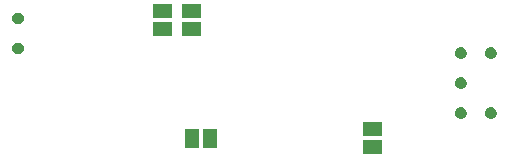
<source format=gbp>
G04 Layer: BottomPasteMaskLayer*
G04 EasyEDA v6.4.3, 2020-08-12T23:02:41+05:30*
G04 0c64d8637b0b46b586c93cd23854d17d,10*
G04 Gerber Generator version 0.2*
G04 Scale: 100 percent, Rotated: No, Reflected: No *
G04 Dimensions in inches *
G04 leading zeros omitted , absolute positions ,2 integer and 4 decimal *
%FSLAX24Y24*%
%MOIN*%
G90*
G70D02*


%LPD*%
G36*
G01X503Y5650D02*
G01X504Y5673D01*
G01X508Y5697D01*
G01X515Y5719D01*
G01X525Y5741D01*
G01X538Y5761D01*
G01X552Y5780D01*
G01X569Y5797D01*
G01X588Y5812D01*
G01X608Y5824D01*
G01X630Y5834D01*
G01X652Y5841D01*
G01X676Y5845D01*
G01X700Y5846D01*
G01X723Y5845D01*
G01X747Y5841D01*
G01X769Y5834D01*
G01X791Y5824D01*
G01X811Y5812D01*
G01X830Y5797D01*
G01X847Y5780D01*
G01X861Y5761D01*
G01X874Y5741D01*
G01X884Y5719D01*
G01X891Y5697D01*
G01X895Y5673D01*
G01X896Y5650D01*
G01X895Y5626D01*
G01X891Y5602D01*
G01X884Y5580D01*
G01X874Y5558D01*
G01X861Y5538D01*
G01X847Y5519D01*
G01X830Y5502D01*
G01X811Y5488D01*
G01X791Y5475D01*
G01X769Y5465D01*
G01X747Y5458D01*
G01X723Y5454D01*
G01X700Y5453D01*
G01X676Y5454D01*
G01X652Y5458D01*
G01X630Y5465D01*
G01X608Y5475D01*
G01X588Y5488D01*
G01X569Y5502D01*
G01X552Y5519D01*
G01X538Y5538D01*
G01X525Y5558D01*
G01X515Y5580D01*
G01X508Y5602D01*
G01X504Y5626D01*
G01X503Y5650D01*
G37*
G36*
G01X503Y4650D02*
G01X504Y4673D01*
G01X508Y4697D01*
G01X515Y4719D01*
G01X525Y4741D01*
G01X538Y4761D01*
G01X552Y4780D01*
G01X569Y4797D01*
G01X588Y4812D01*
G01X608Y4824D01*
G01X630Y4834D01*
G01X652Y4841D01*
G01X676Y4845D01*
G01X700Y4846D01*
G01X723Y4845D01*
G01X747Y4841D01*
G01X769Y4834D01*
G01X791Y4824D01*
G01X811Y4812D01*
G01X830Y4797D01*
G01X847Y4780D01*
G01X861Y4761D01*
G01X874Y4741D01*
G01X884Y4719D01*
G01X891Y4697D01*
G01X895Y4673D01*
G01X896Y4650D01*
G01X895Y4626D01*
G01X891Y4602D01*
G01X884Y4580D01*
G01X874Y4558D01*
G01X861Y4538D01*
G01X847Y4519D01*
G01X830Y4502D01*
G01X811Y4488D01*
G01X791Y4475D01*
G01X769Y4465D01*
G01X747Y4458D01*
G01X723Y4454D01*
G01X700Y4453D01*
G01X676Y4454D01*
G01X652Y4458D01*
G01X630Y4465D01*
G01X608Y4475D01*
G01X588Y4488D01*
G01X569Y4502D01*
G01X552Y4519D01*
G01X538Y4538D01*
G01X525Y4558D01*
G01X515Y4580D01*
G01X508Y4602D01*
G01X504Y4626D01*
G01X503Y4650D01*
G37*
G36*
G01X16460Y2303D02*
G01X16436Y2304D01*
G01X16412Y2308D01*
G01X16390Y2315D01*
G01X16368Y2325D01*
G01X16348Y2338D01*
G01X16329Y2352D01*
G01X16312Y2369D01*
G01X16297Y2388D01*
G01X16285Y2408D01*
G01X16275Y2430D01*
G01X16268Y2452D01*
G01X16264Y2476D01*
G01X16263Y2500D01*
G01X16264Y2523D01*
G01X16268Y2547D01*
G01X16275Y2569D01*
G01X16285Y2591D01*
G01X16297Y2611D01*
G01X16312Y2630D01*
G01X16329Y2647D01*
G01X16348Y2662D01*
G01X16368Y2674D01*
G01X16390Y2684D01*
G01X16412Y2691D01*
G01X16436Y2695D01*
G01X16460Y2696D01*
G01X16483Y2695D01*
G01X16507Y2691D01*
G01X16529Y2684D01*
G01X16551Y2674D01*
G01X16571Y2662D01*
G01X16590Y2647D01*
G01X16607Y2630D01*
G01X16622Y2611D01*
G01X16634Y2591D01*
G01X16644Y2569D01*
G01X16651Y2547D01*
G01X16655Y2523D01*
G01X16656Y2500D01*
G01X16655Y2476D01*
G01X16651Y2452D01*
G01X16644Y2430D01*
G01X16634Y2408D01*
G01X16622Y2388D01*
G01X16607Y2369D01*
G01X16590Y2352D01*
G01X16571Y2338D01*
G01X16551Y2325D01*
G01X16529Y2315D01*
G01X16507Y2308D01*
G01X16483Y2304D01*
G01X16460Y2303D01*
G37*
G36*
G01X16460Y4303D02*
G01X16436Y4304D01*
G01X16412Y4308D01*
G01X16390Y4315D01*
G01X16368Y4325D01*
G01X16348Y4338D01*
G01X16329Y4352D01*
G01X16312Y4369D01*
G01X16297Y4388D01*
G01X16285Y4408D01*
G01X16275Y4430D01*
G01X16268Y4452D01*
G01X16264Y4476D01*
G01X16263Y4500D01*
G01X16264Y4523D01*
G01X16268Y4547D01*
G01X16275Y4569D01*
G01X16285Y4591D01*
G01X16297Y4611D01*
G01X16312Y4630D01*
G01X16329Y4647D01*
G01X16348Y4662D01*
G01X16368Y4674D01*
G01X16390Y4684D01*
G01X16412Y4691D01*
G01X16436Y4695D01*
G01X16460Y4696D01*
G01X16483Y4695D01*
G01X16507Y4691D01*
G01X16529Y4684D01*
G01X16551Y4674D01*
G01X16571Y4662D01*
G01X16590Y4647D01*
G01X16607Y4630D01*
G01X16622Y4611D01*
G01X16634Y4591D01*
G01X16644Y4569D01*
G01X16651Y4547D01*
G01X16655Y4523D01*
G01X16656Y4500D01*
G01X16655Y4476D01*
G01X16651Y4452D01*
G01X16644Y4430D01*
G01X16634Y4408D01*
G01X16622Y4388D01*
G01X16607Y4369D01*
G01X16590Y4352D01*
G01X16571Y4338D01*
G01X16551Y4325D01*
G01X16529Y4315D01*
G01X16507Y4308D01*
G01X16483Y4304D01*
G01X16460Y4303D01*
G37*
G36*
G01X15460Y4303D02*
G01X15436Y4304D01*
G01X15412Y4308D01*
G01X15390Y4315D01*
G01X15368Y4325D01*
G01X15348Y4338D01*
G01X15329Y4352D01*
G01X15312Y4369D01*
G01X15297Y4388D01*
G01X15285Y4408D01*
G01X15275Y4430D01*
G01X15268Y4452D01*
G01X15264Y4476D01*
G01X15263Y4500D01*
G01X15264Y4523D01*
G01X15268Y4547D01*
G01X15275Y4569D01*
G01X15285Y4591D01*
G01X15297Y4611D01*
G01X15312Y4630D01*
G01X15329Y4647D01*
G01X15348Y4662D01*
G01X15368Y4674D01*
G01X15390Y4684D01*
G01X15412Y4691D01*
G01X15436Y4695D01*
G01X15460Y4696D01*
G01X15483Y4695D01*
G01X15507Y4691D01*
G01X15529Y4684D01*
G01X15551Y4674D01*
G01X15571Y4662D01*
G01X15590Y4647D01*
G01X15607Y4630D01*
G01X15622Y4611D01*
G01X15634Y4591D01*
G01X15644Y4569D01*
G01X15651Y4547D01*
G01X15655Y4523D01*
G01X15656Y4500D01*
G01X15655Y4476D01*
G01X15651Y4452D01*
G01X15644Y4430D01*
G01X15634Y4408D01*
G01X15622Y4388D01*
G01X15607Y4369D01*
G01X15590Y4352D01*
G01X15571Y4338D01*
G01X15551Y4325D01*
G01X15529Y4315D01*
G01X15507Y4308D01*
G01X15483Y4304D01*
G01X15460Y4303D01*
G37*
G36*
G01X15460Y3303D02*
G01X15436Y3304D01*
G01X15412Y3308D01*
G01X15390Y3315D01*
G01X15368Y3325D01*
G01X15348Y3338D01*
G01X15329Y3352D01*
G01X15312Y3369D01*
G01X15297Y3388D01*
G01X15285Y3408D01*
G01X15275Y3430D01*
G01X15268Y3452D01*
G01X15264Y3476D01*
G01X15263Y3500D01*
G01X15264Y3523D01*
G01X15268Y3547D01*
G01X15275Y3569D01*
G01X15285Y3591D01*
G01X15297Y3611D01*
G01X15312Y3630D01*
G01X15329Y3647D01*
G01X15348Y3661D01*
G01X15368Y3674D01*
G01X15390Y3684D01*
G01X15412Y3691D01*
G01X15436Y3695D01*
G01X15460Y3696D01*
G01X15483Y3695D01*
G01X15507Y3691D01*
G01X15529Y3684D01*
G01X15551Y3674D01*
G01X15571Y3661D01*
G01X15590Y3647D01*
G01X15607Y3630D01*
G01X15622Y3611D01*
G01X15634Y3591D01*
G01X15644Y3569D01*
G01X15651Y3547D01*
G01X15655Y3523D01*
G01X15656Y3500D01*
G01X15655Y3476D01*
G01X15651Y3452D01*
G01X15644Y3430D01*
G01X15634Y3408D01*
G01X15622Y3388D01*
G01X15607Y3369D01*
G01X15590Y3352D01*
G01X15571Y3338D01*
G01X15551Y3325D01*
G01X15529Y3315D01*
G01X15507Y3308D01*
G01X15483Y3304D01*
G01X15460Y3303D01*
G37*
G36*
G01X15460Y2303D02*
G01X15436Y2304D01*
G01X15412Y2308D01*
G01X15390Y2315D01*
G01X15368Y2325D01*
G01X15348Y2338D01*
G01X15329Y2352D01*
G01X15312Y2369D01*
G01X15297Y2388D01*
G01X15285Y2408D01*
G01X15275Y2430D01*
G01X15268Y2452D01*
G01X15264Y2476D01*
G01X15263Y2500D01*
G01X15264Y2523D01*
G01X15268Y2547D01*
G01X15275Y2569D01*
G01X15285Y2591D01*
G01X15297Y2611D01*
G01X15312Y2630D01*
G01X15329Y2647D01*
G01X15348Y2662D01*
G01X15368Y2674D01*
G01X15390Y2684D01*
G01X15412Y2691D01*
G01X15436Y2695D01*
G01X15460Y2696D01*
G01X15483Y2695D01*
G01X15507Y2691D01*
G01X15529Y2684D01*
G01X15551Y2674D01*
G01X15571Y2662D01*
G01X15590Y2647D01*
G01X15607Y2630D01*
G01X15622Y2611D01*
G01X15634Y2591D01*
G01X15644Y2569D01*
G01X15651Y2547D01*
G01X15655Y2523D01*
G01X15656Y2500D01*
G01X15655Y2476D01*
G01X15651Y2452D01*
G01X15644Y2430D01*
G01X15634Y2408D01*
G01X15622Y2388D01*
G01X15607Y2369D01*
G01X15590Y2352D01*
G01X15571Y2338D01*
G01X15551Y2325D01*
G01X15529Y2315D01*
G01X15507Y2308D01*
G01X15483Y2304D01*
G01X15460Y2303D01*
G37*
G36*
G01X12819Y2183D02*
G01X12819Y1723D01*
G01X12189Y1723D01*
G01X12189Y2183D01*
G01X12819Y2183D01*
G37*
G36*
G01X12819Y1583D02*
G01X12819Y1123D01*
G01X12189Y1123D01*
G01X12189Y1583D01*
G01X12819Y1583D01*
G37*
G36*
G01X6181Y5080D02*
G01X6181Y5540D01*
G01X6811Y5540D01*
G01X6811Y5080D01*
G01X6181Y5080D01*
G37*
G36*
G01X6181Y5680D02*
G01X6181Y6140D01*
G01X6811Y6140D01*
G01X6811Y5680D01*
G01X6181Y5680D01*
G37*
G36*
G01X5187Y5080D02*
G01X5187Y5540D01*
G01X5817Y5540D01*
G01X5817Y5080D01*
G01X5187Y5080D01*
G37*
G36*
G01X5187Y5680D02*
G01X5187Y6140D01*
G01X5817Y6140D01*
G01X5817Y5680D01*
G01X5187Y5680D01*
G37*
G36*
G01X6261Y1968D02*
G01X6721Y1968D01*
G01X6721Y1338D01*
G01X6261Y1338D01*
G01X6261Y1968D01*
G37*
G36*
G01X6861Y1968D02*
G01X7321Y1968D01*
G01X7321Y1338D01*
G01X6861Y1338D01*
G01X6861Y1968D01*
G37*
M00*
M02*

</source>
